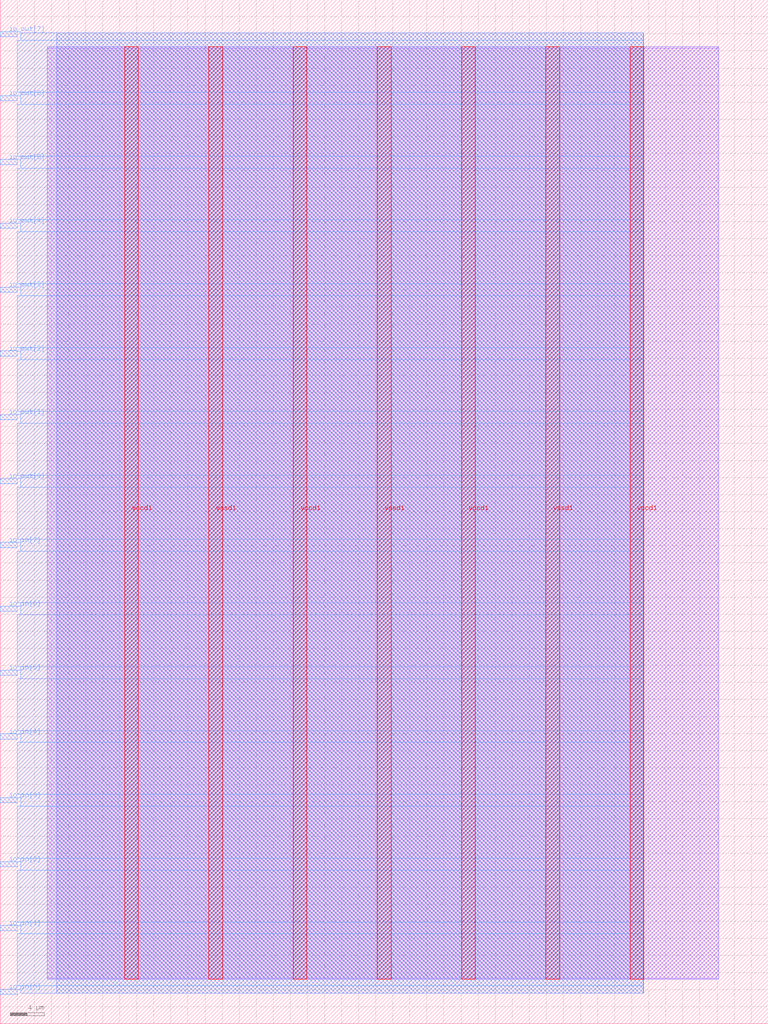
<source format=lef>
VERSION 5.7 ;
  NOWIREEXTENSIONATPIN ON ;
  DIVIDERCHAR "/" ;
  BUSBITCHARS "[]" ;
MACRO user_module_346916357828248146
  CLASS BLOCK ;
  FOREIGN user_module_346916357828248146 ;
  ORIGIN 0.000 0.000 ;
  SIZE 90.000 BY 120.000 ;
  PIN io_in[0]
    DIRECTION INPUT ;
    USE SIGNAL ;
    PORT
      LAYER met3 ;
        RECT 0.000 3.440 2.000 4.040 ;
    END
  END io_in[0]
  PIN io_in[1]
    DIRECTION INPUT ;
    USE SIGNAL ;
    PORT
      LAYER met3 ;
        RECT 0.000 10.920 2.000 11.520 ;
    END
  END io_in[1]
  PIN io_in[2]
    DIRECTION INPUT ;
    USE SIGNAL ;
    PORT
      LAYER met3 ;
        RECT 0.000 18.400 2.000 19.000 ;
    END
  END io_in[2]
  PIN io_in[3]
    DIRECTION INPUT ;
    USE SIGNAL ;
    PORT
      LAYER met3 ;
        RECT 0.000 25.880 2.000 26.480 ;
    END
  END io_in[3]
  PIN io_in[4]
    DIRECTION INPUT ;
    USE SIGNAL ;
    PORT
      LAYER met3 ;
        RECT 0.000 33.360 2.000 33.960 ;
    END
  END io_in[4]
  PIN io_in[5]
    DIRECTION INPUT ;
    USE SIGNAL ;
    PORT
      LAYER met3 ;
        RECT 0.000 40.840 2.000 41.440 ;
    END
  END io_in[5]
  PIN io_in[6]
    DIRECTION INPUT ;
    USE SIGNAL ;
    PORT
      LAYER met3 ;
        RECT 0.000 48.320 2.000 48.920 ;
    END
  END io_in[6]
  PIN io_in[7]
    DIRECTION INPUT ;
    USE SIGNAL ;
    PORT
      LAYER met3 ;
        RECT 0.000 55.800 2.000 56.400 ;
    END
  END io_in[7]
  PIN io_out[0]
    DIRECTION OUTPUT TRISTATE ;
    USE SIGNAL ;
    PORT
      LAYER met3 ;
        RECT 0.000 63.280 2.000 63.880 ;
    END
  END io_out[0]
  PIN io_out[1]
    DIRECTION OUTPUT TRISTATE ;
    USE SIGNAL ;
    PORT
      LAYER met3 ;
        RECT 0.000 70.760 2.000 71.360 ;
    END
  END io_out[1]
  PIN io_out[2]
    DIRECTION OUTPUT TRISTATE ;
    USE SIGNAL ;
    PORT
      LAYER met3 ;
        RECT 0.000 78.240 2.000 78.840 ;
    END
  END io_out[2]
  PIN io_out[3]
    DIRECTION OUTPUT TRISTATE ;
    USE SIGNAL ;
    PORT
      LAYER met3 ;
        RECT 0.000 85.720 2.000 86.320 ;
    END
  END io_out[3]
  PIN io_out[4]
    DIRECTION OUTPUT TRISTATE ;
    USE SIGNAL ;
    PORT
      LAYER met3 ;
        RECT 0.000 93.200 2.000 93.800 ;
    END
  END io_out[4]
  PIN io_out[5]
    DIRECTION OUTPUT TRISTATE ;
    USE SIGNAL ;
    PORT
      LAYER met3 ;
        RECT 0.000 100.680 2.000 101.280 ;
    END
  END io_out[5]
  PIN io_out[6]
    DIRECTION OUTPUT TRISTATE ;
    USE SIGNAL ;
    PORT
      LAYER met3 ;
        RECT 0.000 108.160 2.000 108.760 ;
    END
  END io_out[6]
  PIN io_out[7]
    DIRECTION OUTPUT TRISTATE ;
    USE SIGNAL ;
    PORT
      LAYER met3 ;
        RECT 0.000 115.640 2.000 116.240 ;
    END
  END io_out[7]
  PIN vccd1
    DIRECTION INOUT ;
    USE POWER ;
    PORT
      LAYER met4 ;
        RECT 14.590 5.200 16.190 114.480 ;
    END
    PORT
      LAYER met4 ;
        RECT 34.330 5.200 35.930 114.480 ;
    END
    PORT
      LAYER met4 ;
        RECT 54.070 5.200 55.670 114.480 ;
    END
    PORT
      LAYER met4 ;
        RECT 73.810 5.200 75.410 114.480 ;
    END
  END vccd1
  PIN vssd1
    DIRECTION INOUT ;
    USE GROUND ;
    PORT
      LAYER met4 ;
        RECT 24.460 5.200 26.060 114.480 ;
    END
    PORT
      LAYER met4 ;
        RECT 44.200 5.200 45.800 114.480 ;
    END
    PORT
      LAYER met4 ;
        RECT 63.940 5.200 65.540 114.480 ;
    END
  END vssd1
  OBS
      LAYER li1 ;
        RECT 5.520 5.355 84.180 114.325 ;
      LAYER met1 ;
        RECT 5.520 5.200 84.180 114.480 ;
      LAYER met2 ;
        RECT 6.600 3.555 75.380 116.125 ;
      LAYER met3 ;
        RECT 2.400 115.240 75.400 116.105 ;
        RECT 2.000 109.160 75.400 115.240 ;
        RECT 2.400 107.760 75.400 109.160 ;
        RECT 2.000 101.680 75.400 107.760 ;
        RECT 2.400 100.280 75.400 101.680 ;
        RECT 2.000 94.200 75.400 100.280 ;
        RECT 2.400 92.800 75.400 94.200 ;
        RECT 2.000 86.720 75.400 92.800 ;
        RECT 2.400 85.320 75.400 86.720 ;
        RECT 2.000 79.240 75.400 85.320 ;
        RECT 2.400 77.840 75.400 79.240 ;
        RECT 2.000 71.760 75.400 77.840 ;
        RECT 2.400 70.360 75.400 71.760 ;
        RECT 2.000 64.280 75.400 70.360 ;
        RECT 2.400 62.880 75.400 64.280 ;
        RECT 2.000 56.800 75.400 62.880 ;
        RECT 2.400 55.400 75.400 56.800 ;
        RECT 2.000 49.320 75.400 55.400 ;
        RECT 2.400 47.920 75.400 49.320 ;
        RECT 2.000 41.840 75.400 47.920 ;
        RECT 2.400 40.440 75.400 41.840 ;
        RECT 2.000 34.360 75.400 40.440 ;
        RECT 2.400 32.960 75.400 34.360 ;
        RECT 2.000 26.880 75.400 32.960 ;
        RECT 2.400 25.480 75.400 26.880 ;
        RECT 2.000 19.400 75.400 25.480 ;
        RECT 2.400 18.000 75.400 19.400 ;
        RECT 2.000 11.920 75.400 18.000 ;
        RECT 2.400 10.520 75.400 11.920 ;
        RECT 2.000 4.440 75.400 10.520 ;
        RECT 2.400 3.575 75.400 4.440 ;
  END
END user_module_346916357828248146
END LIBRARY


</source>
